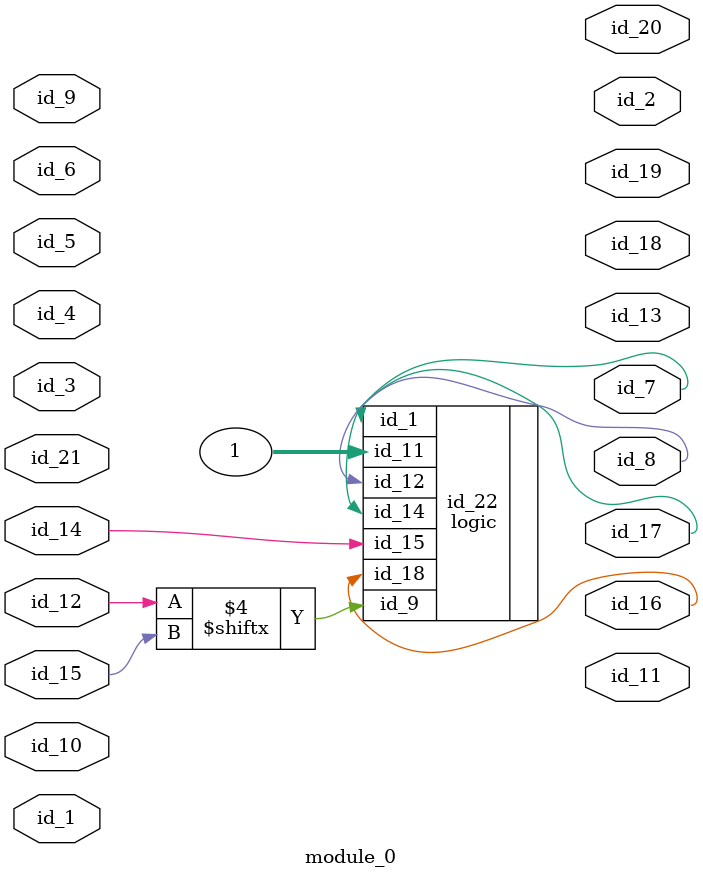
<source format=v>
module module_0 (
    id_1,
    id_2,
    id_3,
    id_4,
    id_5,
    id_6,
    id_7,
    id_8,
    id_9,
    id_10,
    id_11,
    id_12,
    id_13,
    id_14,
    id_15,
    id_16,
    id_17,
    id_18,
    id_19,
    id_20,
    id_21
);
  input id_21;
  output id_20;
  output id_19;
  output id_18;
  output id_17;
  output id_16;
  input id_15;
  input id_14;
  output id_13;
  input id_12;
  output id_11;
  input id_10;
  input id_9;
  output id_8;
  output id_7;
  input id_6;
  input id_5;
  input id_4;
  input id_3;
  output id_2;
  input id_1;
  logic id_22 (
      .id_14(id_17),
      .id_11(1),
      .id_18(id_16),
      .id_1 (~id_19),
      .id_1 (1),
      .id_1 (id_4),
      .id_12(id_8),
      .id_15(id_13),
      .id_15(id_14),
      .id_9 (id_12[id_15]),
      .id_1 (id_7)
  );
endmodule

</source>
